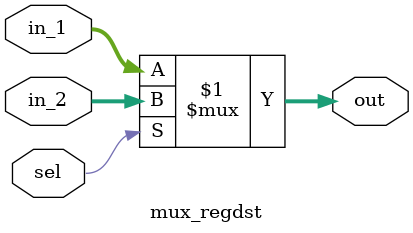
<source format=v>
`timescale 1ns / 1ps
module mux_regdst(
    input [4:0] in_1,
    input [4:0]in_2,
    input sel,
    output[4:0] out
    );
     assign out=sel?in_2:in_1;
endmodule

</source>
